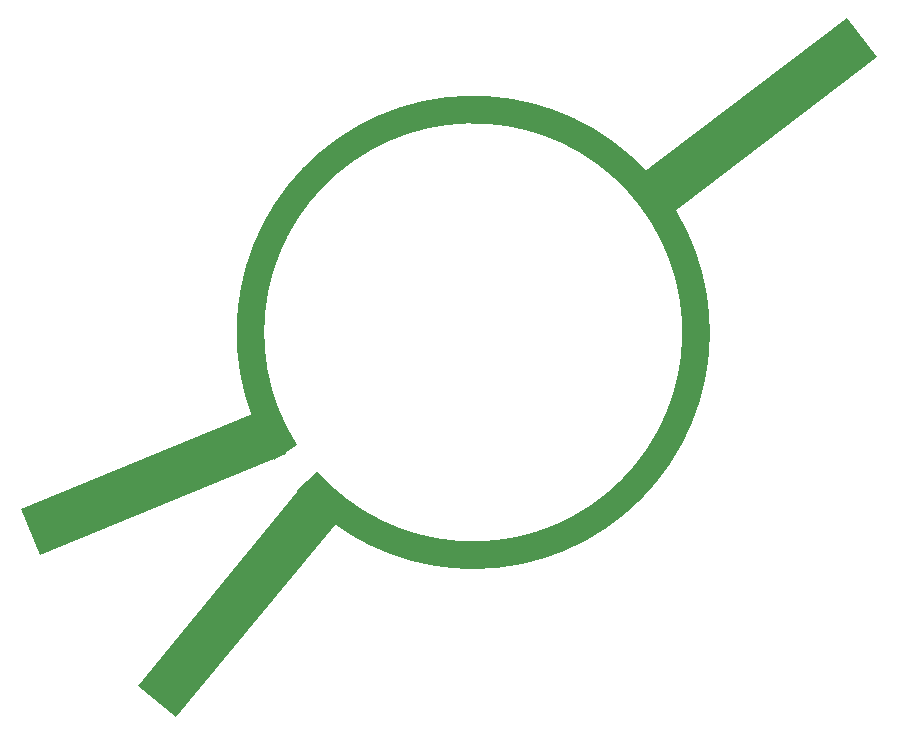
<source format=gbr>
G04 ===== Begin FILE IDENTIFICATION =====*
G04 File Format:  Gerber RS274X*
G04 ===== End FILE IDENTIFICATION =====*
%FSLAX24Y24*%
%MOMM*%
%SFA1.0000B1.0000*%
%OFA0.0B0.0*%
%ADD10C,0.025000*%
%LNcond*%
%IPPOS*%
%LPD*%
G75*
G36*
G01X-551960Y184548D02*
G01X-567950Y223610D01*
G01X-360147Y308675D01*
G01X-344157Y269613D01*
G01X-551960Y184548D01*
G37*
G36*
G01X-44380Y479657D02*
G01Y479656D01*
G01X-25719Y493802D01*
G01X-25720Y493803D01*
G03X-354320Y264952I-159686J-121050D01*
G01Y264950D01*
G01X-334580Y277548D01*
G01X-334581Y277549D01*
G02X-44380Y479657I149175J95203D01*
G37*
G36*
G01X-22302Y469911D02*
G01X-47800Y503547D01*
G01X131138Y639192D01*
G01X156636Y605556D01*
G01X-22302Y469911D01*
G37*
G36*
G01X-25721Y493805D02*
G01X-44382Y479658D01*
G01X-44381D01*
G02X-317368Y254841I-141026J-106905D01*
G01Y254842D01*
G01X-334829Y239240D01*
G01X-334828Y239239D01*
G03X-25721Y493803I149421J133514D01*
G01Y493805D01*
G37*
G36*
G01X-436991Y46681D02*
G01X-469570Y73515D01*
G01X-326815Y246833D01*
G01X-294235Y219999D01*
G01X-436991Y46681D01*
G37*
M02*


</source>
